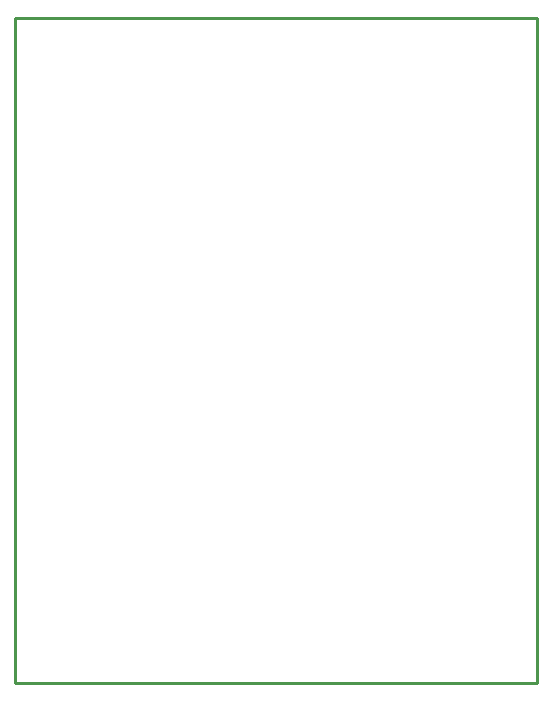
<source format=gko>
G04 Layer: BoardOutlineLayer*
G04 EasyEDA v6.5.42, 2024-06-08 10:03:42*
G04 2a0a793ee1f445049542d68d0598b523,181136881d82463cbfe9aea6f2478185,10*
G04 Gerber Generator version 0.2*
G04 Scale: 100 percent, Rotated: No, Reflected: No *
G04 Dimensions in millimeters *
G04 leading zeros omitted , absolute positions ,4 integer and 5 decimal *
%FSLAX45Y45*%
%MOMM*%

%ADD10C,0.2540*%
D10*
X-279458Y3670358D02*
G01*
X-279458Y3670358D01*
X-279400Y3670300D01*
X-279458Y3670358D01*
X4140141Y3670358D01*
X4140141Y3517958D01*
X4140141Y-1955741D01*
X-279458Y-1955741D01*
X-279458Y3670358D01*

%LPD*%
M02*

</source>
